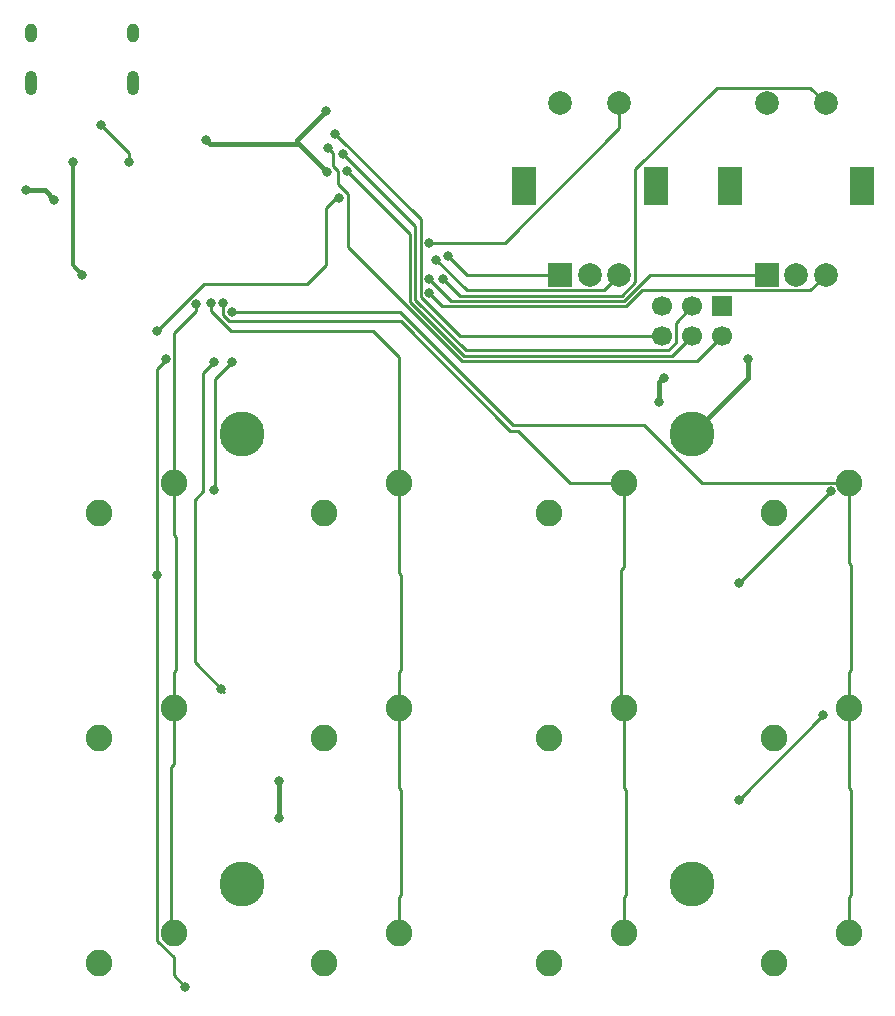
<source format=gbr>
%TF.GenerationSoftware,KiCad,Pcbnew,(5.1.4)-1*%
%TF.CreationDate,2024-03-23T03:19:33-07:00*%
%TF.ProjectId,macropad,6d616372-6f70-4616-942e-6b696361645f,rev?*%
%TF.SameCoordinates,Original*%
%TF.FileFunction,Copper,L1,Top*%
%TF.FilePolarity,Positive*%
%FSLAX46Y46*%
G04 Gerber Fmt 4.6, Leading zero omitted, Abs format (unit mm)*
G04 Created by KiCad (PCBNEW (5.1.4)-1) date 2024-03-23 03:19:33*
%MOMM*%
%LPD*%
G04 APERTURE LIST*
%TA.AperFunction,ComponentPad*%
%ADD10C,2.250000*%
%TD*%
%TA.AperFunction,ComponentPad*%
%ADD11C,3.800000*%
%TD*%
%TA.AperFunction,ComponentPad*%
%ADD12O,1.000000X2.100000*%
%TD*%
%TA.AperFunction,ComponentPad*%
%ADD13O,1.000000X1.600000*%
%TD*%
%TA.AperFunction,ComponentPad*%
%ADD14R,2.000000X2.000000*%
%TD*%
%TA.AperFunction,ComponentPad*%
%ADD15C,2.000000*%
%TD*%
%TA.AperFunction,ComponentPad*%
%ADD16R,2.000000X3.200000*%
%TD*%
%TA.AperFunction,ComponentPad*%
%ADD17R,1.700000X1.700000*%
%TD*%
%TA.AperFunction,ComponentPad*%
%ADD18C,1.700000*%
%TD*%
%TA.AperFunction,ViaPad*%
%ADD19C,0.800000*%
%TD*%
%TA.AperFunction,Conductor*%
%ADD20C,0.350000*%
%TD*%
%TA.AperFunction,Conductor*%
%ADD21C,0.385000*%
%TD*%
%TA.AperFunction,Conductor*%
%ADD22C,0.250000*%
%TD*%
G04 APERTURE END LIST*
D10*
%TO.P,MX4,2*%
%TO.N,Net-(D17-Pad2)*%
X124460000Y-97155000D03*
%TO.P,MX4,1*%
%TO.N,Col4*%
X130810000Y-94615000D03*
%TD*%
%TO.P,MX2,2*%
%TO.N,Net-(D15-Pad2)*%
X86360000Y-97155000D03*
%TO.P,MX2,1*%
%TO.N,Col2*%
X92710000Y-94615000D03*
%TD*%
D11*
%TO.P,H4,1*%
%TO.N,GND*%
X79375000Y-128587500D03*
%TD*%
%TO.P,H3,1*%
%TO.N,GND*%
X117475000Y-128587500D03*
%TD*%
%TO.P,H2,1*%
%TO.N,GND*%
X79375000Y-90487500D03*
%TD*%
%TO.P,H1,1*%
%TO.N,GND*%
X117475000Y-90487500D03*
%TD*%
D12*
%TO.P,USB1,13*%
%TO.N,GND*%
X61561250Y-60755000D03*
X70201250Y-60755000D03*
D13*
X61561250Y-56575000D03*
X70201250Y-56575000D03*
%TD*%
D14*
%TO.P,SW3,A*%
%TO.N,Net-(SW3-PadA)*%
X106362500Y-76993750D03*
D15*
%TO.P,SW3,C*%
%TO.N,GND*%
X108862500Y-76993750D03*
%TO.P,SW3,B*%
%TO.N,Net-(SW3-PadB)*%
X111362500Y-76993750D03*
D16*
%TO.P,SW3,MP*%
%TO.N,N/C*%
X103262500Y-69493750D03*
X114462500Y-69493750D03*
D15*
%TO.P,SW3,S2*%
%TO.N,GND*%
X106362500Y-62493750D03*
%TO.P,SW3,S1*%
%TO.N,Net-(SW3-PadS1)*%
X111362500Y-62493750D03*
%TD*%
D14*
%TO.P,SW2,A*%
%TO.N,Net-(SW2-PadA)*%
X123825000Y-76993750D03*
D15*
%TO.P,SW2,C*%
%TO.N,GND*%
X126325000Y-76993750D03*
%TO.P,SW2,B*%
%TO.N,Net-(SW2-PadB)*%
X128825000Y-76993750D03*
D16*
%TO.P,SW2,MP*%
%TO.N,N/C*%
X120725000Y-69493750D03*
X131925000Y-69493750D03*
D15*
%TO.P,SW2,S2*%
%TO.N,GND*%
X123825000Y-62493750D03*
%TO.P,SW2,S1*%
%TO.N,Net-(SW2-PadS1)*%
X128825000Y-62493750D03*
%TD*%
D10*
%TO.P,MX12,2*%
%TO.N,Net-(D25-Pad2)*%
X124460000Y-135255000D03*
%TO.P,MX12,1*%
%TO.N,Col4*%
X130810000Y-132715000D03*
%TD*%
%TO.P,MX11,2*%
%TO.N,Net-(D24-Pad2)*%
X105410000Y-135255000D03*
%TO.P,MX11,1*%
%TO.N,Col3*%
X111760000Y-132715000D03*
%TD*%
%TO.P,MX10,2*%
%TO.N,Net-(D23-Pad2)*%
X86360000Y-135255000D03*
%TO.P,MX10,1*%
%TO.N,Col2*%
X92710000Y-132715000D03*
%TD*%
%TO.P,MX9,2*%
%TO.N,Net-(D22-Pad2)*%
X67310000Y-135255000D03*
%TO.P,MX9,1*%
%TO.N,Col1*%
X73660000Y-132715000D03*
%TD*%
%TO.P,MX8,2*%
%TO.N,Net-(D21-Pad2)*%
X124460000Y-116205000D03*
%TO.P,MX8,1*%
%TO.N,Col4*%
X130810000Y-113665000D03*
%TD*%
%TO.P,MX7,2*%
%TO.N,Net-(D20-Pad2)*%
X105410000Y-116205000D03*
%TO.P,MX7,1*%
%TO.N,Col3*%
X111760000Y-113665000D03*
%TD*%
%TO.P,MX6,2*%
%TO.N,Net-(D19-Pad2)*%
X86360000Y-116205000D03*
%TO.P,MX6,1*%
%TO.N,Col2*%
X92710000Y-113665000D03*
%TD*%
%TO.P,MX5,2*%
%TO.N,Net-(D18-Pad2)*%
X67310000Y-116205000D03*
%TO.P,MX5,1*%
%TO.N,Col1*%
X73660000Y-113665000D03*
%TD*%
%TO.P,MX3,2*%
%TO.N,Net-(D16-Pad2)*%
X105410000Y-97155000D03*
%TO.P,MX3,1*%
%TO.N,Col3*%
X111760000Y-94615000D03*
%TD*%
%TO.P,MX1,2*%
%TO.N,Net-(D14-Pad2)*%
X67310000Y-97155000D03*
%TO.P,MX1,1*%
%TO.N,Col1*%
X73660000Y-94615000D03*
%TD*%
D17*
%TO.P,J1,6*%
%TO.N,GND*%
X120015000Y-79692500D03*
D18*
%TO.P,J1,5*%
%TO.N,RESET*%
X120015000Y-82232500D03*
%TO.P,J1,4*%
%TO.N,MOSI*%
X117475000Y-79692500D03*
%TO.P,J1,3*%
%TO.N,SCK*%
X117475000Y-82232500D03*
%TO.P,J1,2*%
%TO.N,+5V*%
X114935000Y-79692500D03*
%TO.P,J1,1*%
%TO.N,MISO*%
X114935000Y-82232500D03*
%TD*%
D19*
%TO.N,VCC*%
X65881250Y-76993750D03*
X65087500Y-67468750D03*
%TO.N,GND*%
X122237500Y-84137500D03*
X82570285Y-123010965D03*
X82550000Y-119856250D03*
X61118750Y-69850000D03*
X63500000Y-70643750D03*
%TO.N,+5V*%
X114732501Y-87745001D03*
X115093750Y-85725000D03*
X76333398Y-65566048D03*
X86518751Y-63120740D03*
X86561398Y-68310631D03*
%TO.N,Net-(R2-Pad2)*%
X67468750Y-64293750D03*
X69850000Y-67468750D03*
%TO.N,Net-(D5-Pad2)*%
X129239369Y-95339000D03*
X121512499Y-103118751D03*
%TO.N,Net-(D10-Pad4)*%
X128587500Y-114300000D03*
X121443750Y-121443750D03*
%TO.N,Row3*%
X78581250Y-84437510D03*
X76993750Y-95250000D03*
%TO.N,Row2*%
X76993750Y-84437510D03*
X77643626Y-112062624D03*
%TO.N,Row1*%
X72231250Y-102393750D03*
X72936000Y-84116703D03*
X74612500Y-137318750D03*
%TO.N,RESET*%
X86700285Y-66295449D03*
%TO.N,MOSI*%
X87991179Y-66790071D03*
%TO.N,SCK*%
X88253764Y-68210046D03*
%TO.N,MISO*%
X87312500Y-65087500D03*
%TO.N,Col1*%
X75522028Y-79490778D03*
%TO.N,Col2*%
X76787497Y-79375000D03*
%TO.N,Col3*%
X77787500Y-79375000D03*
%TO.N,Col4*%
X78581250Y-80168750D03*
%TO.N,LED*%
X72231250Y-81756250D03*
X87617267Y-70492750D03*
%TO.N,Net-(SW2-PadA)*%
X95250000Y-77356250D03*
%TO.N,Net-(SW2-PadB)*%
X95250000Y-78581250D03*
%TO.N,Net-(SW2-PadS1)*%
X96456095Y-77375155D03*
%TO.N,Net-(SW3-PadA)*%
X96837500Y-75406250D03*
%TO.N,Net-(SW3-PadB)*%
X95837497Y-75731251D03*
%TO.N,Net-(SW3-PadS1)*%
X95250000Y-74281251D03*
%TD*%
D20*
%TO.N,VCC*%
X65881250Y-76993750D02*
X65087500Y-76200000D01*
X65087500Y-76200000D02*
X65087500Y-67468750D01*
D21*
%TO.N,GND*%
X122237500Y-85725000D02*
X117475000Y-90487500D01*
X122237500Y-84137500D02*
X122237500Y-85725000D01*
X82570285Y-123010965D02*
X82570285Y-119876535D01*
X82570285Y-119876535D02*
X82550000Y-119856250D01*
X61118750Y-69850000D02*
X62706250Y-69850000D01*
X62706250Y-69850000D02*
X63500000Y-70643750D01*
%TO.N,+5V*%
X114732501Y-87745001D02*
X114732501Y-86086249D01*
X114732501Y-86086249D02*
X115093750Y-85725000D01*
X76733397Y-65966047D02*
X84052703Y-65966047D01*
X76333398Y-65566048D02*
X76733397Y-65966047D01*
X84052703Y-65586788D02*
X84052703Y-65966047D01*
X86518751Y-63120740D02*
X84052703Y-65586788D01*
X84052703Y-65966047D02*
X84216814Y-65966047D01*
X84216814Y-65966047D02*
X86561398Y-68310631D01*
D22*
%TO.N,Net-(R2-Pad2)*%
X67468750Y-64293750D02*
X69850000Y-66675000D01*
X69850000Y-66675000D02*
X69850000Y-67468750D01*
%TO.N,Net-(D5-Pad2)*%
X129239369Y-95339000D02*
X121512499Y-103065870D01*
X121512499Y-103065870D02*
X121512499Y-103118751D01*
%TO.N,Net-(D10-Pad4)*%
X128587500Y-114300000D02*
X121443750Y-121443750D01*
%TO.N,Row3*%
X77149999Y-85868761D02*
X77149999Y-95296247D01*
X78581250Y-84437510D02*
X77149999Y-85868761D01*
%TO.N,Net-(D15-Pad2)*%
X86740000Y-96775000D02*
X86360000Y-97155000D01*
%TO.N,Net-(D16-Pad2)*%
X105790000Y-96775000D02*
X105410000Y-97155000D01*
%TO.N,Net-(D17-Pad2)*%
X124840000Y-96775000D02*
X124460000Y-97155000D01*
%TO.N,Row2*%
X76130001Y-95319999D02*
X75406250Y-96043750D01*
X76993750Y-84437510D02*
X76130001Y-85301259D01*
X76130001Y-85301259D02*
X76130001Y-95319999D01*
X75406250Y-98425000D02*
X75406250Y-109825248D01*
X75406250Y-96043750D02*
X75406250Y-98425000D01*
X77643626Y-112062624D02*
X77918751Y-112337749D01*
X75406250Y-109825248D02*
X77643626Y-112062624D01*
%TO.N,Net-(D19-Pad2)*%
X86740000Y-115825000D02*
X86360000Y-116205000D01*
%TO.N,Net-(D20-Pad2)*%
X105790000Y-115825000D02*
X105410000Y-116205000D01*
%TO.N,Net-(D21-Pad2)*%
X124840000Y-115825000D02*
X124460000Y-116205000D01*
%TO.N,Row1*%
X72209999Y-115458749D02*
X72231250Y-115480000D01*
X72209999Y-102980686D02*
X72209999Y-115458749D01*
X72231250Y-102393750D02*
X72231250Y-102959435D01*
X72231250Y-102959435D02*
X72209999Y-102980686D01*
X72210999Y-101807814D02*
X72210999Y-84951501D01*
X72231250Y-102393750D02*
X72231250Y-101828065D01*
X72231250Y-101828065D02*
X72210999Y-101807814D01*
X72210999Y-84951501D02*
X73025000Y-84137500D01*
X73606468Y-134805990D02*
X72209999Y-133409521D01*
X72209999Y-133409521D02*
X72209999Y-115458749D01*
X73606468Y-134805990D02*
X73606468Y-136312718D01*
X73606468Y-136312718D02*
X74612500Y-137318750D01*
%TO.N,Net-(D23-Pad2)*%
X86740000Y-134875000D02*
X86360000Y-135255000D01*
%TO.N,Net-(D25-Pad2)*%
X124777500Y-134937500D02*
X124460000Y-135255000D01*
%TO.N,RESET*%
X97995451Y-84307519D02*
X117939981Y-84307519D01*
X86700285Y-66295449D02*
X87100284Y-66695448D01*
X87100284Y-66695448D02*
X87100284Y-67777995D01*
X87529763Y-68207474D02*
X87529763Y-69333724D01*
X117939981Y-84307519D02*
X120015000Y-82232500D01*
X87100284Y-67777995D02*
X87529763Y-68207474D01*
X87529763Y-69333724D02*
X88341268Y-70145229D01*
X88341268Y-74653336D02*
X97995451Y-84307519D01*
X88341268Y-70145229D02*
X88341268Y-74653336D01*
%TO.N,MOSI*%
X116110001Y-81057499D02*
X116110001Y-82796501D01*
X117475000Y-79692500D02*
X116110001Y-81057499D01*
X116110001Y-82796501D02*
X115499001Y-83407501D01*
X115499001Y-83407501D02*
X98366839Y-83407501D01*
X94076989Y-72875881D02*
X87991179Y-66790071D01*
X98366839Y-83407501D02*
X94076989Y-79117651D01*
X94076989Y-79117651D02*
X94076989Y-72875881D01*
%TO.N,SCK*%
X117475000Y-82232500D02*
X115849990Y-83857510D01*
X115849990Y-83857510D02*
X98180438Y-83857510D01*
X93627979Y-79305051D02*
X98180438Y-83857510D01*
X93627979Y-73584261D02*
X93627979Y-79305051D01*
X88253764Y-68210046D02*
X93627979Y-73584261D01*
%TO.N,MISO*%
X114935000Y-82232500D02*
X97828248Y-82232500D01*
X94525999Y-72300999D02*
X87312500Y-65087500D01*
X97828248Y-82232500D02*
X94525999Y-78930251D01*
X94525999Y-78930251D02*
X94525999Y-72300999D01*
%TO.N,Col1*%
X73418751Y-132473751D02*
X73660000Y-132715000D01*
X73418751Y-118668749D02*
X73418751Y-132473751D01*
X73660000Y-93024010D02*
X73660000Y-94615000D01*
X73660000Y-81918491D02*
X73660000Y-93024010D01*
X75522028Y-80056463D02*
X73660000Y-81918491D01*
X75522028Y-79490778D02*
X75522028Y-80056463D01*
X73660000Y-99060000D02*
X73660000Y-94615000D01*
X73818750Y-99218750D02*
X73660000Y-99060000D01*
X73818750Y-110460248D02*
X73818750Y-99218750D01*
X73660000Y-113665000D02*
X73660000Y-110618998D01*
X73660000Y-110618998D02*
X73818750Y-110460248D01*
X73660000Y-118427500D02*
X73660000Y-113665000D01*
X73418751Y-118668749D02*
X73660000Y-118427500D01*
%TO.N,Col2*%
X76787497Y-80084409D02*
X78459338Y-81756250D01*
X76787497Y-79375000D02*
X76787497Y-80084409D01*
X78459338Y-81756250D02*
X90487500Y-81756250D01*
X92710000Y-83978750D02*
X92710000Y-94615000D01*
X90487500Y-81756250D02*
X92710000Y-83978750D01*
X92710000Y-102235000D02*
X92710000Y-94615000D01*
X92868750Y-102393750D02*
X92710000Y-102235000D01*
X92868750Y-110460248D02*
X92868750Y-102393750D01*
X92710000Y-113665000D02*
X92710000Y-110618998D01*
X92710000Y-110618998D02*
X92868750Y-110460248D01*
X92710000Y-120491250D02*
X92710000Y-113665000D01*
X92868750Y-120650000D02*
X92710000Y-120491250D01*
X92868750Y-129510248D02*
X92868750Y-120650000D01*
X92710000Y-132715000D02*
X92710000Y-129668998D01*
X92710000Y-129668998D02*
X92868750Y-129510248D01*
%TO.N,Col3*%
X111518751Y-113423751D02*
X111760000Y-113665000D01*
X111518751Y-101999999D02*
X111518751Y-113423751D01*
X77787500Y-80448002D02*
X78301998Y-80962500D01*
X77787500Y-79375000D02*
X77787500Y-80448002D01*
X78301998Y-80962500D02*
X92868750Y-80962500D01*
X110169010Y-94615000D02*
X111760000Y-94615000D01*
X107186002Y-94615000D02*
X110169010Y-94615000D01*
X102777111Y-90206109D02*
X107186002Y-94615000D01*
X102112359Y-90206109D02*
X102777111Y-90206109D01*
X92868750Y-80962500D02*
X102112359Y-90206109D01*
X111760000Y-101758750D02*
X111518751Y-101999999D01*
X111760000Y-94615000D02*
X111760000Y-101758750D01*
X111760000Y-120491250D02*
X111760000Y-113665000D01*
X111918750Y-120650000D02*
X111760000Y-120491250D01*
X111918750Y-129510248D02*
X111918750Y-120650000D01*
X111760000Y-132715000D02*
X111760000Y-129668998D01*
X111760000Y-129668998D02*
X111918750Y-129510248D01*
%TO.N,Col4*%
X129219010Y-94615000D02*
X130810000Y-94615000D01*
X118309498Y-94615000D02*
X129219010Y-94615000D01*
X113450597Y-89756099D02*
X118309498Y-94615000D01*
X102369615Y-89756099D02*
X113450597Y-89756099D01*
X92782266Y-80168750D02*
X102369615Y-89756099D01*
X78581250Y-80168750D02*
X92782266Y-80168750D01*
X130810000Y-101441250D02*
X130810000Y-94615000D01*
X130968750Y-101600000D02*
X130810000Y-101441250D01*
X130968750Y-110460248D02*
X130968750Y-101600000D01*
X130810000Y-113665000D02*
X130810000Y-110618998D01*
X130810000Y-110618998D02*
X130968750Y-110460248D01*
X130810000Y-120491250D02*
X130810000Y-113665000D01*
X130968750Y-120650000D02*
X130810000Y-120491250D01*
X130968750Y-129510248D02*
X130968750Y-120650000D01*
X130810000Y-132715000D02*
X130810000Y-129668998D01*
X130810000Y-129668998D02*
X130968750Y-129510248D01*
%TO.N,LED*%
X80962500Y-77787500D02*
X76200000Y-77787500D01*
X76200000Y-77787500D02*
X72231250Y-81756250D01*
X80962500Y-77787500D02*
X83343750Y-77787500D01*
X83343750Y-77787500D02*
X84931250Y-77787500D01*
X84931250Y-77787500D02*
X86518750Y-76200000D01*
X87344482Y-70492750D02*
X87617267Y-70492750D01*
X86518750Y-76200000D02*
X86518750Y-71318482D01*
X86518750Y-71318482D02*
X87344482Y-70492750D01*
%TO.N,Net-(SW2-PadA)*%
X97112521Y-79218771D02*
X95250000Y-77356250D01*
X111734891Y-79218771D02*
X97112521Y-79218771D01*
X123825000Y-76993750D02*
X113959912Y-76993750D01*
X113959912Y-76993750D02*
X111734891Y-79218771D01*
%TO.N,Net-(SW2-PadB)*%
X96337531Y-79668781D02*
X95250000Y-78581250D01*
X111921291Y-79668781D02*
X96337531Y-79668781D01*
X113271321Y-78318751D02*
X111921291Y-79668781D01*
X128825000Y-76993750D02*
X127499999Y-78318751D01*
X127499999Y-78318751D02*
X113271321Y-78318751D01*
%TO.N,Net-(SW2-PadS1)*%
X97849701Y-78768761D02*
X96456095Y-77375155D01*
X127499999Y-61168749D02*
X119602499Y-61168749D01*
X128825000Y-62493750D02*
X127499999Y-61168749D01*
X119602499Y-61168749D02*
X112687501Y-68083747D01*
X112687501Y-68083747D02*
X112687501Y-77629751D01*
X112687501Y-77629751D02*
X111548491Y-78768761D01*
X111548491Y-78768761D02*
X97849701Y-78768761D01*
%TO.N,Net-(SW3-PadA)*%
X106362500Y-76993750D02*
X98425000Y-76993750D01*
X98425000Y-76993750D02*
X96837500Y-75406250D01*
%TO.N,Net-(SW3-PadB)*%
X98424997Y-78318751D02*
X95837497Y-75731251D01*
X111362500Y-76993750D02*
X110037499Y-78318751D01*
X110037499Y-78318751D02*
X98424997Y-78318751D01*
%TO.N,Net-(SW3-PadS1)*%
X111362500Y-63907963D02*
X111362500Y-62493750D01*
X111362500Y-64578752D02*
X111362500Y-63907963D01*
X101660001Y-74281251D02*
X111362500Y-64578752D01*
X95250000Y-74281251D02*
X101660001Y-74281251D01*
%TD*%
M02*

</source>
